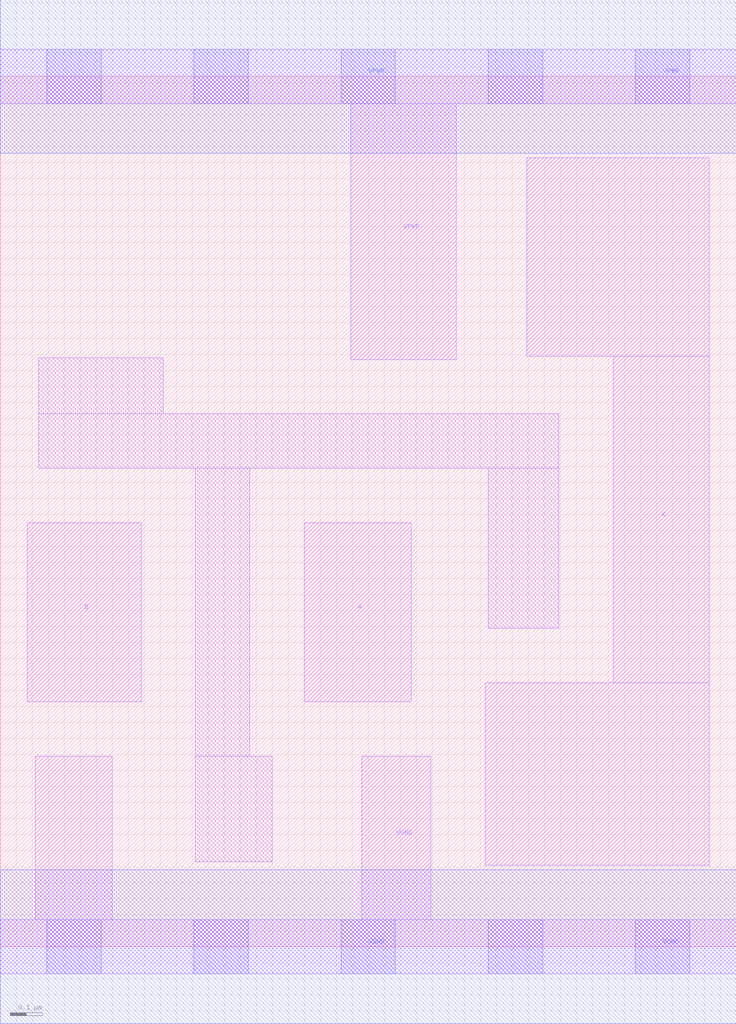
<source format=lef>
# Copyright 2020 The SkyWater PDK Authors
#
# Licensed under the Apache License, Version 2.0 (the "License");
# you may not use this file except in compliance with the License.
# You may obtain a copy of the License at
#
#     https://www.apache.org/licenses/LICENSE-2.0
#
# Unless required by applicable law or agreed to in writing, software
# distributed under the License is distributed on an "AS IS" BASIS,
# WITHOUT WARRANTIES OR CONDITIONS OF ANY KIND, either express or implied.
# See the License for the specific language governing permissions and
# limitations under the License.
#
# SPDX-License-Identifier: Apache-2.0

VERSION 5.7 ;
  NAMESCASESENSITIVE ON ;
  NOWIREEXTENSIONATPIN ON ;
  DIVIDERCHAR "/" ;
  BUSBITCHARS "[]" ;
UNITS
  DATABASE MICRONS 200 ;
END UNITS
PROPERTYDEFINITIONS
  MACRO maskLayoutSubType STRING ;
  MACRO prCellType STRING ;
  MACRO originalViewName STRING ;
END PROPERTYDEFINITIONS
MACRO sky130_fd_sc_hdll__or2_1
  CLASS CORE ;
  FOREIGN sky130_fd_sc_hdll__or2_1 ;
  ORIGIN  0.000000  0.000000 ;
  SIZE  2.300000 BY  2.720000 ;
  SYMMETRY X Y R90 ;
  SITE unithd ;
  PIN A
    ANTENNAGATEAREA  0.138600 ;
    DIRECTION INPUT ;
    USE SIGNAL ;
    PORT
      LAYER li1 ;
        RECT 0.950000 0.765000 1.285000 1.325000 ;
    END
  END A
  PIN B
    ANTENNAGATEAREA  0.138600 ;
    DIRECTION INPUT ;
    USE SIGNAL ;
    PORT
      LAYER li1 ;
        RECT 0.085000 0.765000 0.440000 1.325000 ;
    END
  END B
  PIN X
    ANTENNADIFFAREA  0.551500 ;
    DIRECTION OUTPUT ;
    USE SIGNAL ;
    PORT
      LAYER li1 ;
        RECT 1.515000 0.255000 2.215000 0.825000 ;
        RECT 1.645000 1.845000 2.215000 2.465000 ;
        RECT 1.915000 0.825000 2.215000 1.845000 ;
    END
  END X
  PIN VGND
    DIRECTION INOUT ;
    USE GROUND ;
    PORT
      LAYER li1 ;
        RECT 0.000000 -0.085000 2.300000 0.085000 ;
        RECT 0.110000  0.085000 0.350000 0.595000 ;
        RECT 1.130000  0.085000 1.345000 0.595000 ;
      LAYER mcon ;
        RECT 0.145000 -0.085000 0.315000 0.085000 ;
        RECT 0.605000 -0.085000 0.775000 0.085000 ;
        RECT 1.065000 -0.085000 1.235000 0.085000 ;
        RECT 1.525000 -0.085000 1.695000 0.085000 ;
        RECT 1.985000 -0.085000 2.155000 0.085000 ;
      LAYER met1 ;
        RECT 0.000000 -0.240000 2.300000 0.240000 ;
    END
  END VGND
  PIN VPWR
    DIRECTION INOUT ;
    USE POWER ;
    PORT
      LAYER li1 ;
        RECT 0.000000 2.635000 2.300000 2.805000 ;
        RECT 1.095000 1.835000 1.425000 2.635000 ;
      LAYER mcon ;
        RECT 0.145000 2.635000 0.315000 2.805000 ;
        RECT 0.605000 2.635000 0.775000 2.805000 ;
        RECT 1.065000 2.635000 1.235000 2.805000 ;
        RECT 1.525000 2.635000 1.695000 2.805000 ;
        RECT 1.985000 2.635000 2.155000 2.805000 ;
      LAYER met1 ;
        RECT 0.000000 2.480000 2.300000 2.960000 ;
    END
  END VPWR
  OBS
    LAYER li1 ;
      RECT 0.120000 1.495000 1.745000 1.665000 ;
      RECT 0.120000 1.665000 0.510000 1.840000 ;
      RECT 0.610000 0.265000 0.850000 0.595000 ;
      RECT 0.610000 0.595000 0.780000 1.495000 ;
      RECT 1.525000 0.995000 1.745000 1.495000 ;
  END
  PROPERTY maskLayoutSubType "abstract" ;
  PROPERTY prCellType "standard" ;
  PROPERTY originalViewName "layout" ;
END sky130_fd_sc_hdll__or2_1

</source>
